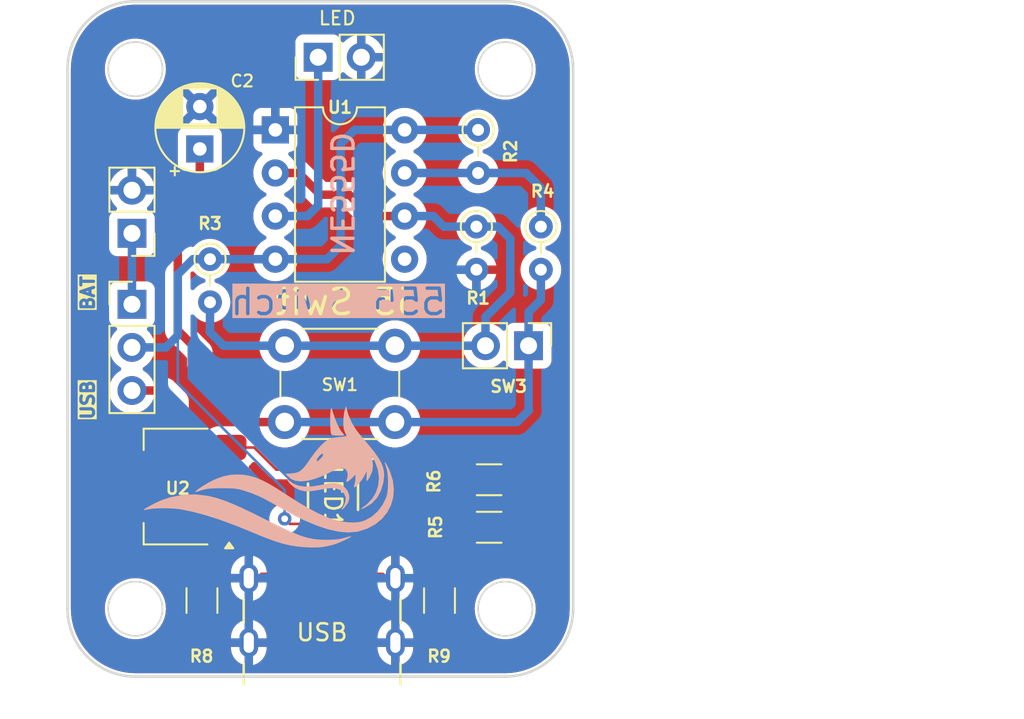
<source format=kicad_pcb>
(kicad_pcb (version 20240108) (generator "pcbnew") (generator_version "8.0")
  (layers (0 "F.Cu" signal) (31 "B.Cu" signal) (34 "B.Paste" user) (35 "F.Paste" user) (36 "B.SilkS" user "B.Silkscreen") (37 "F.SilkS" user "F.Silkscreen") (38 "B.Mask" user) (39 "F.Mask" user) (44 "Edge.Cuts" user))
  (net 0 "")
  (net 1 "Net-(C2-Pad1)")
  (net 2 "GND")
  (net 3 "Net-(U1-THR)")
  (net 4 "/VBAT")
  (net 5 "Net-(U1-DIS)")
  (net 7 "Net-(J4-CC1)")
  (net 8 "/VUSB")
  (net 9 "Net-(J3-Pin_1)")
  (net 10 "Net-(J4-CC2)")
  (net 11 "Net-(LED1-GND-Pad4)")
  (net 12 "/3V3")
  (net 13 "Net-(LED1-GND-Pad1)")
  (net 14 "VCC")
  (footprint "Package_TO_SOT_SMD:SOT-223-3_TabPin2" (layer "F.Cu") (at 116 115 180)
    (property "Reference" "U2" (at -0.1 -0.1 0) (layer "F.SilkS") (effects (font (size 0.7 0.7))))
    (property "Value" "AMS1117-3V3")
    (fp_line (start 1.91 3.41) (end 1.91 2.15) (stroke (width 0.12)) (layer "F.SilkS"))
    (fp_line (start 1.91 -3.41) (end 1.91 -2.15) (stroke (width 0.12)) (layer "F.SilkS"))
    (fp_line (start -1.85 3.41) (end 1.91 3.41) (stroke (width 0.12)) (layer "F.SilkS"))
    (fp_line (start -1.85 -3.41) (end 1.91 -3.41) (stroke (width 0.12)) (layer "F.SilkS"))
    (fp_poly (pts (xy -3.13 -3.31) (xy -3.37 -3.64) (xy -2.89 -3.64) (xy -3.13 -3.31)) (stroke (width 0.12)) (fill solid) (layer "F.SilkS"))
    (pad "1" smd roundrect (at -3.15 -2.3 180) (size 2 1.5) (layers "F.Cu" "F.Paste" "F.Mask") (net 8 "/VUSB"))
    (pad "2" smd roundrect (at -3.15 0 180) (size 2 1.5) (layers "F.Cu" "F.Paste" "F.Mask") (net 2 "GND"))
    (pad "2" smd roundrect (at 3.15 0 180) (size 2 3.8) (layers "F.Cu" "F.Paste" "F.Mask") (net 2 "GND"))
    (pad "3" smd roundrect (at -3.15 2.3 180) (size 2 1.5) (layers "F.Cu" "F.Paste" "F.Mask") (net 12 "/3V3"))
  )
  (footprint "Capacitor_THT:CP_Radial_D5.0mm_P2.50mm" (layer "F.Cu") (at 117.4 95.105113 90)
    (property "Reference" "C2" (at 4.005113 2.5 180) (layer "F.SilkS") (effects (font (size 0.7 0.7) (thickness 0.125))))
    (property "Value" "10uF")
    (fp_line (start 1.29 -2.58) (end 1.29 2.58) (stroke (width 0.12)) (layer "F.SilkS"))
    (fp_line (start 1.25 -2.58) (end 1.25 2.58) (stroke (width 0.12)) (layer "F.SilkS"))
    (fp_line (start 1.33 -2.579) (end 1.33 2.579) (stroke (width 0.12)) (layer "F.SilkS"))
    (fp_line (start 1.37 -2.578) (end 1.37 2.578) (stroke (width 0.12)) (layer "F.SilkS"))
    (fp_line (start 1.41 -2.576) (end 1.41 2.576) (stroke (width 0.12)) (layer "F.SilkS"))
    (fp_line (start 1.45 -2.573) (end 1.45 2.573) (stroke (width 0.12)) (layer "F.SilkS"))
    (fp_line (start 1.49 -2.569) (end 1.49 -1.04) (stroke (width 0.12)) (layer "F.SilkS"))
    (fp_line (start 1.53 -2.565) (end 1.53 -1.04) (stroke (width 0.12)) (layer "F.SilkS"))
    (fp_line (start 1.57 -2.561) (end 1.57 -1.04) (stroke (width 0.12)) (layer "F.SilkS"))
    (fp_line (start 1.61 -2.556) (end 1.61 -1.04) (stroke (width 0.12)) (layer "F.SilkS"))
    (fp_line (start 1.65 -2.55) (end 1.65 -1.04) (stroke (width 0.12)) (layer "F.SilkS"))
    (fp_line (start 1.69 -2.543) (end 1.69 -1.04) (stroke (width 0.12)) (layer "F.SilkS"))
    (fp_line (start 1.73 -2.536) (end 1.73 -1.04) (stroke (width 0.12)) (layer "F.SilkS"))
    (fp_line (start 1.77 -2.528) (end 1.77 -1.04) (stroke (width 0.12)) (layer "F.SilkS"))
    (fp_line (start 1.81 -2.52) (end 1.81 -1.04) (stroke (width 0.12)) (layer "F.SilkS"))
    (fp_line (start 1.85 -2.511) (end 1.85 -1.04) (stroke (width 0.12)) (layer "F.SilkS"))
    (fp_line (start 1.89 -2.501) (end 1.89 -1.04) (stroke (width 0.12)) (layer "F.SilkS"))
    (fp_line (start 1.93 -2.491) (end 1.93 -1.04) (stroke (width 0.12)) (layer "F.SilkS"))
    (fp_line (start 1.971 -2.48) (end 1.971 -1.04) (stroke (width 0.12)) (layer "F.SilkS"))
    (fp_line (start 2.011 -2.468) (end 2.011 -1.04) (stroke (width 0.12)) (layer "F.SilkS"))
    (fp_line (start 2.051 -2.455) (end 2.051 -1.04) (stroke (width 0.12)) (layer "F.SilkS"))
    (fp_line (start 2.091 -2.442) (end 2.091 -1.04) (stroke (width 0.12)) (layer "F.SilkS"))
    (fp_line (start 2.131 -2.428) (end 2.131 -1.04) (stroke (width 0.12)) (layer "F.SilkS"))
    (fp_line (start 2.171 -2.414) (end 2.171 -1.04) (stroke (width 0.12)) (layer "F.SilkS"))
    (fp_line (start 2.211 -2.398) (end 2.211 -1.04) (stroke (width 0.12)) (layer "F.SilkS"))
    (fp_line (start 2.251 -2.382) (end 2.251 -1.04) (stroke (width 0.12)) (layer "F.SilkS"))
    (fp_line (start 2.291 -2.365) (end 2.291 -1.04) (stroke (width 0.12)) (layer "F.SilkS"))
    (fp_line (start 2.331 -2.348) (end 2.331 -1.04) (stroke (width 0.12)) (layer "F.SilkS"))
    (fp_line (start 2.371 -2.329) (end 2.371 -1.04) (stroke (width 0.12)) (layer "F.SilkS"))
    (fp_line (start 2.411 -2.31) (end 2.411 -1.04) (stroke (width 0.12)) (layer "F.SilkS"))
    (fp_line (start 2.451 -2.29) (end 2.451 -1.04) (stroke (width 0.12)) (layer "F.SilkS"))
    (fp_line (start 2.491 -2.268) (end 2.491 -1.04) (stroke (width 0.12)) (layer "F.SilkS"))
    (fp_line (start 2.531 -2.247) (end 2.531 -1.04) (stroke (width 0.12)) (layer "F.SilkS"))
    (fp_line (start 2.571 -2.224) (end 2.571 -1.04) (stroke (width 0.12)) (layer "F.SilkS"))
    (fp_line (start 2.611 -2.2) (end 2.611 -1.04) (stroke (width 0.12)) (layer "F.SilkS"))
    (fp_line (start 2.651 -2.175) (end 2.651 -1.04) (stroke (width 0.12)) (layer "F.SilkS"))
    (fp_line (start 2.691 -2.149) (end 2.691 -1.04) (stroke (width 0.12)) (layer "F.SilkS"))
    (fp_line (start 2.731 -2.122) (end 2.731 -1.04) (stroke (width 0.12)) (layer "F.SilkS"))
    (fp_line (start 2.771 -2.095) (end 2.771 -1.04) (stroke (width 0.12)) (layer "F.SilkS"))
    (fp_line (start 2.811 -2.065) (end 2.811 -1.04) (stroke (width 0.12)) (layer "F.SilkS"))
    (fp_line (start 2.851 -2.035) (end 2.851 -1.04) (stroke (width 0.12)) (layer "F.SilkS"))
    (fp_line (start 2.891 -2.004) (end 2.891 -1.04) (stroke (width 0.12)) (layer "F.SilkS"))
    (fp_line (start 2.931 -1.971) (end 2.931 -1.04) (stroke (width 0.12)) (layer "F.SilkS"))
    (fp_line (start 2.971 -1.937) (end 2.971 -1.04) (stroke (width 0.12)) (layer "F.SilkS"))
    (fp_line (start 3.011 -1.901) (end 3.011 -1.04) (stroke (width 0.12)) (layer "F.SilkS"))
    (fp_line (start 3.051 -1.864) (end 3.051 -1.04) (stroke (width 0.12)) (layer "F.SilkS"))
    (fp_line (start 3.091 -1.826) (end 3.091 -1.04) (stroke (width 0.12)) (layer "F.SilkS"))
    (fp_line (start 3.131 -1.785) (end 3.131 -1.04) (stroke (width 0.12)) (layer "F.SilkS"))
    (fp_line (start 3.171 -1.743) (end 3.171 -1.04) (stroke (width 0.12)) (layer "F.SilkS"))
    (fp_line (start -1.304775 -1.725) (end -1.304775 -1.225) (stroke (width 0.12)) (layer "F.SilkS"))
    (fp_line (start 3.211 -1.699) (end 3.211 -1.04) (stroke (width 0.12)) (layer "F.SilkS"))
    (fp_line (start 3.251 -1.653) (end 3.251 -1.04) (stroke (width 0.12)) (layer "F.SilkS"))
    (fp_line (start 3.291 -1.605) (end 3.291 -1.04) (stroke (width 0.12)) (layer "F.SilkS"))
    (fp_line (start 3.331 -1.554) (end 3.331 -1.04) (stroke (width 0.12)) (layer "F.SilkS"))
    (fp_line (start 3.371 -1.5) (end 3.371 -1.04) (stroke (width 0.12)) (layer "F.SilkS"))
    (fp_line (start -1.554775 -1.475) (end -1.054775 -1.475) (stroke (width 0.12)) (layer "F.SilkS"))
    (fp_line (start 3.411 -1.443) (end 3.411 -1.04) (stroke (width 0.12)) (layer "F.SilkS"))
    (fp_line (start 3.451 -1.383) (end 3.451 -1.04) (stroke (width 0.12)) (layer "F.SilkS"))
    (fp_line (start 3.491 -1.319) (end 3.491 -1.04) (stroke (width 0.12)) (layer "F.SilkS"))
    (fp_line (start 3.531 -1.251) (end 3.531 -1.04) (stroke (width 0.12)) (layer "F.SilkS"))
    (fp_line (start 3.571 -1.178) (end 3.571 1.178) (stroke (width 0.12)) (layer "F.SilkS"))
    (fp_line (start 3.611 -1.098) (end 3.611 1.098) (stroke (width 0.12)) (layer "F.SilkS"))
    (fp_line (start 3.651 -1.011) (end 3.651 1.011) (stroke (width 0.12)) (layer "F.SilkS"))
    (fp_line (start 3.691 -0.915) (end 3.691 0.915) (stroke (width 0.12)) (layer "F.SilkS"))
    (fp_line (start 3.731 -0.805) (end 3.731 0.805) (stroke (width 0.12)) (layer "F.SilkS"))
    (fp_line (start 3.771 -0.677) (end 3.771 0.677) (stroke (width 0.12)) (layer "F.SilkS"))
    (fp_line (start 3.811 -0.518) (end 3.811 0.518) (stroke (width 0.12)) (layer "F.SilkS"))
    (fp_line (start 3.851 -0.284) (end 3.851 0.284) (stroke (width 0.12)) (layer "F.SilkS"))
    (fp_line (start 3.531 1.04) (end 3.531 1.251) (stroke (width 0.12)) (layer "F.SilkS"))
    (fp_line (start 3.491 1.04) (end 3.491 1.319) (stroke (width 0.12)) (layer "F.SilkS"))
    (fp_line (start 3.451 1.04) (end 3.451 1.383) (stroke (width 0.12)) (layer "F.SilkS"))
    (fp_line (start 3.411 1.04) (end 3.411 1.443) (stroke (width 0.12)) (layer "F.SilkS"))
    (fp_line (start 3.371 1.04) (end 3.371 1.5) (stroke (width 0.12)) (layer "F.SilkS"))
    (fp_line (start 3.331 1.04) (end 3.331 1.554) (stroke (width 0.12)) (layer "F.SilkS"))
    (fp_line (start 3.291 1.04) (end 3.291 1.605) (stroke (width 0.12)) (layer "F.SilkS"))
    (fp_line (start 3.251 1.04) (end 3.251 1.653) (stroke (width 0.12)) (layer "F.SilkS"))
    (fp_line (start 3.211 1.04) (end 3.211 1.699) (stroke (width 0.12)) (layer "F.SilkS"))
    (fp_line (start 3.171 1.04) (end 3.171 1.743) (stroke (width 0.12)) (layer "F.SilkS"))
    (fp_line (start 3.131 1.04) (end 3.131 1.785) (stroke (width 0.12)) (layer "F.SilkS"))
    (fp_line (start 3.091 1.04) (end 3.091 1.826) (stroke (width 0.12)) (layer "F.SilkS"))
    (fp_line (start 3.051 1.04) (end 3.051 1.864) (stroke (width 0.12)) (layer "F.SilkS"))
    (fp_line (start 3.011 1.04) (end 3.011 1.901) (stroke (width 0.12)) (layer "F.SilkS"))
    (fp_line (start 2.971 1.04) (end 2.971 1.937) (stroke (width 0.12)) (layer "F.SilkS"))
    (fp_line (start 2.931 1.04) (end 2.931 1.971) (stroke (width 0.12)) (layer "F.SilkS"))
    (fp_line (start 2.891 1.04) (end 2.891 2.004) (stroke (width 0.12)) (layer "F.SilkS"))
    (fp_line (start 2.851 1.04) (end 2.851 2.035) (stroke (width 0.12)) (layer "F.SilkS"))
    (fp_line (start 2.811 1.04) (end 2.811 2.065) (stroke (width 0.12)) (layer "F.SilkS"))
    (fp_line (start 2.771 1.04) (end 2.771 2.095) (stroke (width 0.12)) (layer "F.SilkS"))
    (fp_line (start 2.731 1.04) (end 2.731 2.122) (stroke (width 0.12)) (layer "F.SilkS"))
    (fp_line (start 2.691 1.04) (end 2.691 2.149) (stroke (width 0.12)) (layer "F.SilkS"))
    (fp_line (start 2.651 1.04) (end 2.651 2.175) (stroke (width 0.12)) (layer "F.SilkS"))
    (fp_line (start 2.611 1.04) (end 2.611 2.2) (stroke (width 0.12)) (layer "F.SilkS"))
    (fp_line (start 2.571 1.04) (end 2.571 2.224) (stroke (width 0.12)) (layer "F.SilkS"))
    (fp_line (start 2.531 1.04) (end 2.531 2.247) (stroke (width 0.12)) (layer "F.SilkS"))
    (fp_line (start 2.491 1.04) (end 2.491 2.268) (stroke (width 0.12)) (layer "F.SilkS"))
    (fp_line (start 2.451 1.04) (end 2.451 2.29) (stroke (width 0.12)) (layer "F.SilkS"))
    (fp_line (start 2.411 1.04) (end 2.411 2.31) (stroke (width 0.12)) (layer "F.SilkS"))
    (fp_line (start 2.371 1.04) (end 2.371 2.329) (stroke (width 0.12)) (layer "F.SilkS"))
    (fp_line (start 2.331 1.04) (end 2.331 2.348) (stroke (width 0.12)) (layer "F.SilkS"))
    (fp_line (start 2.291 1.04) (end 2.291 2.365) (stroke (width 0.12)) (layer "F.SilkS"))
    (fp_line (start 2.251 1.04) (end 2.251 2.382) (stroke (width 0.12)) (layer "F.SilkS"))
    (fp_line (start 2.211 1.04) (end 2.211 2.398) (stroke (width 0.12)) (layer "F.SilkS"))
    (fp_line (start 2.171 1.04) (end 2.171 2.414) (stroke (width 0.12)) (layer "F.SilkS"))
    (fp_line (start 2.131 1.04) (end 2.131 2.428) (stroke (width 0.12)) (layer "F.SilkS"))
    (fp_line (start 2.091 1.04) (end 2.091 2.442) (stroke (width 0.12)) (layer "F.SilkS"))
    (fp_line (start 2.051 1.04) (end 2.051 2.455) (stroke (width 0.12)) (layer "F.SilkS"))
    (fp_line (start 2.011 1.04) (end 2.011 2.468) (stroke (width 0.12)) (layer "F.SilkS"))
    (fp_line (start 1.971 1.04) (end 1.971 2.48) (stroke (width 0.12)) (layer "F.SilkS"))
    (fp_line (start 1.93 1.04) (end 1.93 2.491) (stroke (width 0.12)) (layer "F.SilkS"))
    (fp_line (start 1.89 1.04) (end 1.89 2.501) (stroke (width 0.12)) (layer "F.SilkS"))
    (fp_line (start 1.85 1.04) (end 1.85 2.511) (stroke (width 0.12)) (layer "F.SilkS"))
    (fp_line (start 1.81 1.04) (end 1.81 2.52) (stroke (width 0.12)) (layer "F.SilkS"))
    (fp_line (start 1.77 1.04) (end 1.77 2.528) (stroke (width 0.12)) (layer "F.SilkS"))
    (fp_line (start 1.73 1.04) (end 1.73 2.536) (stroke (width 0.12)) (layer "F.SilkS"))
    (fp_line (start 1.69 1.04) (end 1.69 2.543) (stroke (width 0.12)) (layer "F.SilkS"))
    (fp_line (start 1.65 1.04) (end 1.65 2.55) (stroke (width 0.12)) (layer "F.SilkS"))
    (fp_line (start 1.61 1.04) (end 1.61 2.556) (stroke (width 0.12)) (layer "F.SilkS"))
    (fp_line (start 1.57 1.04) (end 1.57 2.561) (stroke (width 0.12)) (layer "F.SilkS"))
    (fp_line (start 1.53 1.04) (end 1.53 2.565) (stroke (width 0.12)) (layer "F.SilkS"))
    (fp_line (start 1.49 1.04) (end 1.49 2.569) (stroke (width 0.12)) (layer "F.SilkS"))
    (fp_circle (center 1.25 0) (end 3.87 0) (stroke (width 0.12)) (fill none) (layer "F.SilkS"))
    (pad "1" thru_hole rect (at 0 0 90) (size 1.6 1.6) (drill 0.8) (layers "*.Cu" "*.Mask") (net 1 "Net-(C2-Pad1)"))
    (pad "2" thru_hole circle (at 2.5 0 90) (size 1.6 1.6) (drill 0.8) (layers "*.Cu" "*.Mask") (net 2 "GND"))
  )
  (footprint "Package_DIP:DIP-8_W7.62mm" (layer "F.Cu") (at 121.85 93.98)
    (property "Reference" "U1" (at 3.81 -1.33 0) (layer "F.SilkS") (effects (font (size 0.7 0.7))))
    (property "Value" "NE555D")
    (fp_line (start 1.16 -1.33) (end 1.16 8.95) (stroke (width 0.12)) (layer "F.SilkS"))
    (fp_line (start 1.16 8.95) (end 6.46 8.95) (stroke (width 0.12)) (layer "F.SilkS"))
    (fp_line (start 2.81 -1.33) (end 1.16 -1.33) (stroke (width 0.12)) (layer "F.SilkS"))
    (fp_line (start 6.46 -1.33) (end 4.81 -1.33) (stroke (width 0.12)) (layer "F.SilkS"))
    (fp_line (start 6.46 8.95) (end 6.46 -1.33) (stroke (width 0.12)) (layer "F.SilkS"))
    (fp_arc (start 4.81 -1.33) (mid 3.81 -0.33) (end 2.81 -1.33) (stroke (width 0.12)) (layer "F.SilkS"))
    (pad "1" thru_hole rect (at 0 0) (size 1.6 1.6) (drill 0.8) (layers "*.Cu" "*.Mask") (net 2 "GND"))
    (pad "2" thru_hole oval (at 0 2.54) (size 1.6 1.6) (drill 0.8) (layers "*.Cu" "*.Mask") (net 3 "Net-(U1-THR)"))
    (pad "3" thru_hole oval (at 0 5.08) (size 1.6 1.6) (drill 0.8) (layers "*.Cu" "*.Mask") (net 9 "Net-(J3-Pin_1)"))
    (pad "4" thru_hole oval (at 0 7.62) (size 1.6 1.6) (drill 0.8) (layers "*.Cu" "*.Mask") (net 14 "VCC"))
    (pad "5" thru_hole oval (at 7.62 7.62) (size 1.6 1.6) (drill 0.8) (layers "*.Cu" "*.Mask"))
    (pad "6" thru_hole oval (at 7.62 5.08) (size 1.6 1.6) (drill 0.8) (layers "*.Cu" "*.Mask") (net 3 "Net-(U1-THR)"))
    (pad "7" thru_hole oval (at 7.62 2.54) (size 1.6 1.6) (drill 0.8) (layers "*.Cu" "*.Mask") (net 5 "Net-(U1-DIS)"))
    (pad "8" thru_hole oval (at 7.62 0) (size 1.6 1.6) (drill 0.8) (layers "*.Cu" "*.Mask") (net 14 "VCC"))
  )
  (footprint "Resistor_THT:R_Axial_DIN0204_L3.6mm_D1.6mm_P2.54mm_Vertical" (layer "F.Cu") (at 137.5 99.68 -90)
    (property "Reference" "R4" (at -2.08 -0.1 0) (layer "F.SilkS") (effects (font (size 0.7 0.7))))
    (property "Value" "10k")
    (fp_line (start 0.92 0) (end 1.54 0) (stroke (width 0.12)) (layer "F.SilkS"))
    (fp_circle (center 0 0) (end 0.92 0) (stroke (width 0.12)) (fill none) (layer "F.SilkS"))
    (pad "1" thru_hole circle (at 0 0 270) (size 1.4 1.4) (drill 0.7) (layers "*.Cu" "*.Mask") (net 5 "Net-(U1-DIS)"))
    (pad "2" thru_hole oval (at 2.54 0 270) (size 1.4 1.4) (drill 0.7) (layers "*.Cu" "*.Mask") (net 1 "Net-(C2-Pad1)"))
  )
  (footprint "Resistor_SMD:R_1206_3216Metric_Pad1.30x1.75mm_HandSolder" (layer "F.Cu") (at 134.45 117.4)
    (property "Reference" "R5" (at -3.15 0 90) (layer "F.SilkS") (effects (font (size 0.7 0.7))))
    (property "Value" "5k1")
    (fp_line (start -0.727064 -0.91) (end 0.727064 -0.91) (stroke (width 0.12)) (layer "F.SilkS"))
    (fp_line (start -0.727064 0.91) (end 0.727064 0.91) (stroke (width 0.12)) (layer "F.SilkS"))
    (pad "1" smd roundrect (at -1.55 0) (size 1.3 1.75) (layers "F.Cu" "F.Paste" "F.Mask") (roundrect_rratio 0.192308) (net 11 "Net-(LED1-GND-Pad4)"))
    (pad "2" smd roundrect (at 1.55 0) (size 1.3 1.75) (layers "F.Cu" "F.Paste" "F.Mask") (roundrect_rratio 0.192308) (net 2 "GND"))
  )
  (footprint "Connector_PinHeader_2.54mm:PinHeader_1x02_P2.54mm_Vertical" (layer "F.Cu") (at 113.4 100.075 180)
    (property "Reference" "J1" (hide yes))
    (property "Value" "3V3")
    (fp_line (start 1.33 1.27) (end 1.33 3.87) (stroke (width 0.12)) (layer "F.SilkS"))
    (fp_line (start -1.33 3.87) (end 1.33 3.87) (stroke (width 0.12)) (layer "F.SilkS"))
    (fp_line (start -1.33 1.27) (end 1.33 1.27) (stroke (width 0.12)) (layer "F.SilkS"))
    (fp_line (start -1.33 1.27) (end -1.33 3.87) (stroke (width 0.12)) (layer "F.SilkS"))
    (fp_line (start -1.33 0) (end -1.33 -1.33) (stroke (width 0.12)) (layer "F.SilkS"))
    (fp_line (start -1.33 -1.33) (end 0 -1.33) (stroke (width 0.12)) (layer "F.SilkS"))
    (pad "1" thru_hole rect (at 0 0 180) (size 1.7 1.7) (drill 1) (layers "*.Cu" "*.Mask") (net 4 "/VBAT"))
    (pad "2" thru_hole oval (at 0 2.54 180) (size 1.7 1.7) (drill 1) (layers "*.Cu" "*.Mask") (net 2 "GND"))
  )
  (footprint "Alexander Footprint Library:USB-C MOLEX 2171750001" (layer "F.Cu") (at 124.605 126.8)
    (property "Reference" "USB" (at -0.005 -3.2 0) (layer "F.SilkS"))
    (property "Value" "USB-C_Receptacle_PowerOnly_6P_MOLEX-2171750001")
    (fp_line (start -4.62 -3.75) (end -4.62 -5.2) (stroke (width 0.15)) (layer "F.SilkS"))
    (fp_line (start -4.62 -0.15) (end -4.62 -1.4) (stroke (width 0.15)) (layer "F.SilkS"))
    (fp_line (start 4.62 -3.75) (end 4.62 -5.2) (stroke (width 0.15)) (layer "F.SilkS"))
    (fp_line (start 4.62 -0.15) (end 4.62 -1.4) (stroke (width 0.15)) (layer "F.SilkS"))
    (pad "A5" smd rect (at -0.5 -6.48) (size 0.7 1.2) (layers "F.Cu" "F.Paste") (net 7 "Net-(J4-CC1)"))
    (pad "A9" smd rect (at 1.52 -6.48) (size 0.76 1.2) (layers "F.Cu" "F.Paste") (net 8 "/VUSB"))
    (pad "A12" smd rect (at 2.75 -6.48) (size 0.8 1.2) (layers "F.Cu" "F.Paste") (net 2 "GND"))
    (pad "B5" smd rect (at 0.5 -6.48) (size 0.7 1.2) (layers "F.Cu" "F.Paste") (net 10 "Net-(J4-CC2)"))
    (pad "B9" smd rect (at -1.52 -6.48) (size 0.76 1.2) (layers "F.Cu" "F.Paste") (net 8 "/VUSB"))
    (pad "B12" smd rect (at -2.75 -6.48) (size 0.8 1.2) (layers "F.Cu" "F.Paste") (net 2 "GND"))
    (pad "S1" thru_hole oval (at -4.32 -2.6) (size 1.1 1.7) (drill oval 0.6 1.2) (layers "*.Cu" "*.Mask") (net 2 "GND"))
    (pad "S2" thru_hole oval (at 4.32 -2.6) (size 1.1 1.7) (drill oval 0.6 1.2) (layers "*.Cu" "*.Mask") (net 2 "GND"))
    (pad "S3" thru_hole oval (at -4.32 -6.4) (size 1.1 1.7) (drill oval 0.6 1.2) (layers "*.Cu" "*.Mask") (net 2 "GND"))
    (pad "S4" thru_hole oval (at 4.32 -6.4) (size 1.1 1.7) (drill oval 0.6 1.2) (layers "*.Cu" "*.Mask") (net 2 "GND"))
  )
  (footprint "Alexander Footprint Library:B1552_HVK-M" (layer "F.Cu") (at 125.249999 115.6002 -90)
    (property "Reference" "LED1" (at 0 0 -90) (layer "F.SilkS"))
    (property "Value" "LED-RED-GREEN-B1552USUG20D")
    (fp_line (start -0.777373 1.4732) (end 0.777373 1.4732) (stroke (width 0.1524)) (layer "F.SilkS"))
    (fp_line (start -0.777373 -1.4732) (end 0.777373 -1.4732) (stroke (width 0.1524)) (layer "F.SilkS"))
    (fp_text user "*" (at -2.2352 -1.8041 -90) (layer "F.SilkS"))
    (fp_text user "*" (at -2.2352 -1.8041 90) (layer "F.SilkS"))
    (pad "1" smd rect (at -1.6002 -0.750001 270) (size 1.1176 1.0414) (layers "F.Cu" "F.Paste" "F.Mask") (net 13 "Net-(LED1-GND-Pad1)"))
    (pad "2" smd rect (at -1.6002 0.750001 270) (size 1.1176 1.0414) (layers "F.Cu" "F.Paste" "F.Mask") (net 12 "/3V3"))
    (pad "3" smd rect (at 1.6002 0.750001 270) (size 1.1176 1.0414) (layers "F.Cu" "F.Paste" "F.Mask") (net 14 "VCC"))
    (pad "4" smd rect (at 1.6002 -0.750001 270) (size 1.1176 1.0414) (layers "F.Cu" "F.Paste" "F.Mask") (net 11 "Net-(LED1-GND-Pad4)"))
  )
  (footprint "Resistor_SMD:R_1206_3216Metric_Pad1.30x1.75mm_HandSolder" (layer "F.Cu") (at 117.525 121.72 -90)
    (property "Reference" "R8" (at 3.28 0.025 0) (layer "F.SilkS") (effects (font (size 0.7 0.7))))
    (property "Value" "5K7")
    (fp_line (start -0.727064 0.91) (end 0.727064 0.91) (stroke (width 0.12)) (layer "F.SilkS"))
    (fp_line (start -0.727064 -0.91) (end 0.727064 -0.91) (stroke (width 0.12)) (layer "F.SilkS"))
    (pad "1" smd roundrect (at -1.55 0 270) (size 1.3 1.75) (layers "F.Cu" "F.Paste" "F.Mask") (roundrect_rratio 0.192308) (net 2 "GND"))
    (pad "2" smd roundrect (at 1.55 0 270) (size 1.3 1.75) (layers "F.Cu" "F.Paste" "F.Mask") (roundrect_rratio 0.192308) (net 7 "Net-(J4-CC1)"))
  )
  (footprint "Connector_PinHeader_2.54mm:PinHeader_1x03_P2.54mm_Vertical" (layer "F.Cu") (at 113.4 104.26)
    (property "Reference" "SW2" (hide yes))
    (property "Value" "SW_SPDT")
    (fp_line (start -1.33 -1.33) (end 0 -1.33) (stroke (width 0.12)) (layer "F.SilkS"))
    (fp_line (start -1.33 0) (end -1.33 -1.33) (stroke (width 0.12)) (layer "F.SilkS"))
    (fp_line (start -1.33 1.27) (end -1.33 6.41) (stroke (width 0.12)) (layer "F.SilkS"))
    (fp_line (start -1.33 1.27) (end 1.33 1.27) (stroke (width 0.12)) (layer "F.SilkS"))
    (fp_line (start -1.33 6.41) (end 1.33 6.41) (stroke (width 0.12)) (layer "F.SilkS"))
    (fp_line (start 1.33 1.27) (end 1.33 6.41) (stroke (width 0.12)) (layer "F.SilkS"))
    (pad "1" thru_hole rect (at 0 0) (size 1.7 1.7) (drill 1) (layers "*.Cu" "*.Mask") (net 4 "/VBAT"))
    (pad "2" thru_hole oval (at 0 2.54) (size 1.7 1.7) (drill 1) (layers "*.Cu" "*.Mask") (net 14 "VCC"))
    (pad "3" thru_hole oval (at 0 5.08) (size 1.7 1.7) (drill 1) (layers "*.Cu" "*.Mask") (net 12 "/3V3"))
  )
  (footprint "Resistor_SMD:R_1206_3216Metric_Pad1.30x1.75mm_HandSolder" (layer "F.Cu") (at 134.45 114.6)
    (property "Reference" "R6" (at -3.25 0.1 90) (layer "F.SilkS") (effects (font (size 0.7 0.7))))
    (property "Value" "5k1")
    (fp_line (start -0.727064 -0.91) (end 0.727064 -0.91) (stroke (width 0.12)) (layer "F.SilkS"))
    (fp_line (start -0.727064 0.91) (end 0.727064 0.91) (stroke (width 0.12)) (layer "F.SilkS"))
    (pad "1" smd roundrect (at -1.55 0) (size 1.3 1.75) (layers "F.Cu" "F.Paste" "F.Mask") (roundrect_rratio 0.192308) (net 13 "Net-(LED1-GND-Pad1)"))
    (pad "2" smd roundrect (at 1.55 0) (size 1.3 1.75) (layers "F.Cu" "F.Paste" "F.Mask") (roundrect_rratio 0.192308) (net 2 "GND"))
  )
  (footprint "Resistor_SMD:R_1206_3216Metric_Pad1.30x1.75mm_HandSolder" (layer "F.Cu") (at 131.525 121.72 -90)
    (property "Reference" "R9" (at 3.28 0.025 0) (layer "F.SilkS") (effects (font (size 0.7 0.7))))
    (property "Value" "5K7")
    (fp_line (start -0.727064 0.91) (end 0.727064 0.91) (stroke (width 0.12)) (layer "F.SilkS"))
    (fp_line (start -0.727064 -0.91) (end 0.727064 -0.91) (stroke (width 0.12)) (layer "F.SilkS"))
    (pad "1" smd roundrect (at -1.55 0 270) (size 1.3 1.75) (layers "F.Cu" "F.Paste" "F.Mask") (roundrect_rratio 0.192308) (net 2 "GND"))
    (pad "2" smd roundrect (at 1.55 0 270) (size 1.3 1.75) (layers "F.Cu" "F.Paste" "F.Mask") (roundrect_rratio 0.192308) (net 10 "Net-(J4-CC2)"))
  )
  (footprint "Resistor_THT:R_Axial_DIN0204_L3.6mm_D1.6mm_P2.54mm_Vertical" (layer "F.Cu") (at 133.7 99.68 -90)
    (property "Reference" "R1" (at 4.22 -0.1 0) (layer "F.SilkS") (effects (font (size 0.7 0.7))))
    (property "Value" "10k")
    (fp_line (start 0.92 0) (end 1.54 0) (stroke (width 0.12)) (layer "F.SilkS"))
    (fp_circle (center 0 0) (end 0.92 0) (stroke (width 0.12)) (fill none) (layer "F.SilkS"))
    (pad "1" thru_hole circle (at 0 0 270) (size 1.4 1.4) (drill 0.7) (layers "*.Cu" "*.Mask") (net 3 "Net-(U1-THR)"))
    (pad "2" thru_hole oval (at 2.54 0 270) (size 1.4 1.4) (drill 0.7) (layers "*.Cu" "*.Mask") (net 2 "GND"))
  )
  (footprint "Resistor_THT:R_Axial_DIN0204_L3.6mm_D1.6mm_P2.54mm_Vertical" (layer "F.Cu") (at 133.8 93.98 -90)
    (property "Reference" "R2" (at 1.27 -1.92 90) (layer "F.SilkS") (effects (font (size 0.7 0.7))))
    (property "Value" "10k")
    (fp_line (start 0.92 0) (end 1.54 0) (stroke (width 0.12)) (layer "F.SilkS"))
    (fp_circle (center 0 0) (end 0.92 0) (stroke (width 0.12)) (fill none) (layer "F.SilkS"))
    (pad "1" thru_hole circle (at 0 0 270) (size 1.4 1.4) (drill 0.7) (layers "*.Cu" "*.Mask") (net 14 "VCC"))
    (pad "2" thru_hole oval (at 2.54 0 270) (size 1.4 1.4) (drill 0.7) (layers "*.Cu" "*.Mask") (net 5 "Net-(U1-DIS)"))
  )
  (footprint "Connector_PinHeader_2.54mm:PinHeader_1x02_P2.54mm_Vertical" (layer "F.Cu") (at 124.375 89.7 90)
    (property "Reference" "J3" (hide yes))
    (property "Value" "OUT")
    (fp_line (start -1.33 -1.33) (end 0 -1.33) (stroke (width 0.12)) (layer "F.SilkS"))
    (fp_line (start -1.33 0) (end -1.33 -1.33) (stroke (width 0.12)) (layer "F.SilkS"))
    (fp_line (start 1.33 1.27) (end 1.33 3.87) (stroke (width 0.12)) (layer "F.SilkS"))
    (fp_line (start -1.33 1.27) (end 1.33 1.27) (stroke (width 0.12)) (layer "F.SilkS"))
    (fp_line (start -1.33 1.27) (end -1.33 3.87) (stroke (width 0.12)) (layer "F.SilkS"))
    (fp_line (start -1.33 3.87) (end 1.33 3.87) (stroke (width 0.12)) (layer "F.SilkS"))
    (pad "1" thru_hole rect (at 0 0 90) (size 1.7 1.7) (drill 1) (layers "*.Cu" "*.Mask") (net 9 "Net-(J3-Pin_1)"))
    (pad "2" thru_hole oval (at 0 2.54 90) (size 1.7 1.7) (drill 1) (layers "*.Cu" "*.Mask") (net 2 "GND"))
  )
  (footprint "Connector_PinHeader_2.54mm:PinHeader_1x02_P2.54mm_Vertical" (layer "F.Cu") (at 136.775 106.7 -90)
    (property "Reference" "SW3" (at 2.4 1.175 0) (layer "F.SilkS") (effects (font (size 0.7 0.7))))
    (property "Value" "SW_Reed")
    (fp_line (start -1.33 3.87) (end 1.33 3.87) (stroke (width 0.12)) (layer "F.SilkS"))
    (fp_line (start -1.33 1.27) (end -1.33 3.87) (stroke (width 0.12)) (layer "F.SilkS"))
    (fp_line (start -1.33 1.27) (end 1.33 1.27) (stroke (width 0.12)) (layer "F.SilkS"))
    (fp_line (start 1.33 1.27) (end 1.33 3.87) (stroke (width 0.12)) (layer "F.SilkS"))
    (fp_line (start -1.33 0) (end -1.33 -1.33) (stroke (width 0.12)) (layer "F.SilkS"))
    (fp_line (start -1.33 -1.33) (end 0 -1.33) (stroke (width 0.12)) (layer "F.SilkS"))
    (pad "1" thru_hole rect (at 0 0 270) (size 1.7 1.7) (drill 1) (layers "*.Cu" "*.Mask") (net 1 "Net-(C2-Pad1)"))
    (pad "2" thru_hole oval (at 0 2.54 270) (size 1.7 1.7) (drill 1) (layers "*.Cu" "*.Mask") (net 3 "Net-(U1-THR)"))
  )
  (footprint "Resistor_THT:R_Axial_DIN0204_L3.6mm_D1.6mm_P2.54mm_Vertical" (layer "F.Cu") (at 118 101.6 -90)
    (property "Reference" "R3" (at -2.1 0 0) (layer "F.SilkS") (effects (font (size 0.7 0.7))))
    (property "Value" "10k")
    (fp_line (start 0.92 0) (end 1.54 0) (stroke (width 0.12)) (layer "F.SilkS"))
    (fp_circle (center 0 0) (end 0.92 0) (stroke (width 0.12)) (fill none) (layer "F.SilkS"))
    (pad "1" thru_hole circle (at 0 0 270) (size 1.4 1.4) (drill 0.7) (layers "*.Cu" "*.Mask") (net 14 "VCC"))
    (pad "2" thru_hole oval (at 2.54 0 270) (size 1.4 1.4) (drill 0.7) (layers "*.Cu" "*.Mask") (net 3 "Net-(U1-THR)"))
  )
  (footprint "Button_Switch_THT:SW_PUSH_6mm" (layer "F.Cu") (at 122.4 106.7)
    (property "Reference" "SW1" (at 3.25 2.3 0) (layer "F.SilkS") (effects (font (size 0.7 0.7) (thickness 0.125))))
    (property "Value" "SW_Push")
    (fp_line (start -0.25 1.5) (end -0.25 3) (stroke (width 0.12)) (layer "F.SilkS"))
    (fp_line (start 1 5.5) (end 5.5 5.5) (stroke (width 0.12)) (layer "F.SilkS"))
    (fp_line (start 5.5 -1) (end 1 -1) (stroke (width 0.12)) (layer "F.SilkS"))
    (fp_line (start 6.75 3) (end 6.75 1.5) (stroke (width 0.12)) (layer "F.SilkS"))
    (pad "1" thru_hole circle (at 0 0 90) (size 2 2) (drill 1.1) (layers "*.Cu" "*.Mask") (net 3 "Net-(U1-THR)"))
    (pad "1" thru_hole circle (at 6.5 0 90) (size 2 2) (drill 1.1) (layers "*.Cu" "*.Mask") (net 3 "Net-(U1-THR)"))
    (pad "2" thru_hole circle (at 0 4.5 90) (size 2 2) (drill 1.1) (layers "*.Cu" "*.Mask") (net 1 "Net-(C2-Pad1)"))
    (pad "2" thru_hole circle (at 6.5 4.5 90) (size 2 2) (drill 1.1) (layers "*.Cu" "*.Mask") (net 1 "Net-(C2-Pad1)"))
  )
  (footprint "LOGO" (layer "B.Cu") (at 121.4 114.4 180)
    (property "Reference" "G***" (hide yes))
    (property "Value" "LOGO" (hide yes))
    (fp_poly (pts (xy -5.335668 -1.973085) (xy -5.363457 -2.000875) (xy -5.391247 -1.973085) (xy -5.363457 -1.945295)) (fill solid) (layer "B.SilkS"))
    (fp_poly (pts (xy -3.72712 3.989192) (xy -3.720697 3.973961) (xy -3.701102 3.866879) (xy -3.687804 3.678866) (xy -3.680882 3.439975) (xy -3.680421 3.180261) (xy -3.686502 2.929778) (xy -3.699208 2.718581) (xy -3.716893 2.584464) (xy -3.741095 2.495828) (xy -3.784399 2.444513) (xy -3.873902 2.418422) (xy -4.036701 2.405456) (xy -4.127166 2.40129) (xy -4.314775 2.400001) (xy -4.449213 2.412314) (xy -4.501944 2.435572) (xy -4.501969 2.436169) (xy -4.463752 2.510156) (xy -4.414064 2.560438) (xy -4.317104 2.679269) (xy -4.202066 2.879038) (xy -4.080896 3.133656) (xy -3.965538 3.417032) (xy -3.867936 3.703076) (xy -3.83055 3.835011) (xy -3.788365 3.978468) (xy -3.75726 4.025597)) (fill solid) (layer "B.SilkS"))
    (fp_poly (pts (xy -1.16813 -0.243105) (xy -1.254216 -0.368794) (xy -1.28983 -0.413219) (xy -1.537879 -0.635483) (xy -1.849965 -0.79747) (xy -2.187325 -0.881187) (xy -2.314341 -0.888735) (xy -2.497037 -0.877155) (xy -2.746282 -0.845689) (xy -3.020446 -0.800025) (xy -3.14804 -0.774864) (xy -3.516275 -0.710602) (xy -3.805925 -0.692046) (xy -4.04028 -0.720434) (xy -4.242632 -0.797) (xy -4.312229 -0.836658) (xy -4.497239 -1.008267) (xy -4.588805 -1.225532) (xy -4.584459 -1.470239) (xy -4.481739 -1.724177) (xy -4.44078 -1.786433) (xy -4.359302 -1.917364) (xy -4.351943 -1.969709) (xy -4.412174 -1.941384) (xy -4.533468 -1.830304) (xy -4.544045 -1.819408) (xy -4.734665 -1.563229) (xy -4.815304 -1.302684) (xy -4.806573 -1.114052) (xy -4.700145 -0.833593) (xy -4.503297 -0.610752) (xy -4.312939 -0.494963) (xy -4.14564 -0.432054) (xy -3.973801 -0.400998) (xy -3.772034 -0.401933) (xy -3.514951 -0.434994) (xy -3.177163 -0.500319) (xy -3.173511 -0.501089) (xy -2.63863 -0.587136) (xy -2.183217 -0.60137) (xy -1.801259 -0.543037) (xy -1.486742 -0.411382) (xy -1.292451 -0.264967) (xy -1.187436 -0.180532) (xy -1.145933 -0.176798)) (fill solid) (layer "B.SilkS"))
    (fp_poly (pts (xy 5.006815 -1.088445) (xy 5.716318 -1.225058) (xy 6.200827 -1.383806) (xy 6.403664 -1.468934) (xy 6.626548 -1.573239) (xy 6.848558 -1.685444) (xy 7.048775 -1.794268) (xy 7.20628 -1.888432) (xy 7.300154 -1.956656) (xy 7.315527 -1.984838) (xy 7.254956 -1.98449) (xy 7.122033 -1.961789) (xy 7.024333 -1.940189) (xy 6.806471 -1.906915) (xy 6.509925 -1.886858) (xy 6.16638 -1.879979) (xy 5.807519 -1.886237) (xy 5.465025 -1.905592) (xy 5.170583 -1.938004) (xy 5.141138 -1.942582) (xy 4.426362 -2.086382) (xy 3.63366 -2.298797) (xy 2.770609 -2.57741) (xy 1.844784 -2.919804) (xy 1.010836 -3.260583) (xy 0.441355 -3.497514) (xy -0.046623 -3.688235) (xy -0.469864 -3.838501) (xy -0.845133 -3.954062) (xy -1.189195 -4.040673) (xy -1.371928 -4.078191) (xy -1.768371 -4.138227) (xy -2.195636 -4.177783) (xy -2.616347 -4.195041) (xy -2.993123 -4.188182) (xy -3.212913 -4.167752) (xy -3.467108 -4.123955) (xy -3.736305 -4.064944) (xy -3.876552 -4.027934) (xy -4.038283 -3.972815) (xy -4.23561 -3.893936) (xy -4.4451 -3.802307) (xy -4.643316 -3.708932) (xy -4.806823 -3.624819) (xy -4.912187 -3.560974) (xy -4.93761 -3.529586) (xy -4.878362 -3.533932) (xy -4.740991 -3.564298) (xy -4.553715 -3.61434) (xy -4.52896 -3.621444) (xy -4.263761 -3.683348) (xy -3.968882 -3.720103) (xy -3.608736 -3.735703) (xy -3.501532 -3.73678) (xy -3.19922 -3.733182) (xy -2.919835 -3.716451) (xy -2.650591 -3.682285) (xy -2.378702 -3.626385) (xy -2.091382 -3.544451) (xy -1.775843 -3.432183) (xy -1.419301 -3.28528) (xy -1.008967 -3.099444) (xy -0.532057 -2.870373) (xy 0.024217 -2.593769) (xy 0.277899 -2.465774) (xy 0.908788 -2.151193) (xy 1.457458 -1.888515) (xy 1.937016 -1.672463) (xy 2.360572 -1.497764) (xy 2.741233 -1.359144) (xy 3.092107 -1.251328) (xy 3.426303 -1.169041) (xy 3.575896 -1.138716) (xy 4.289098 -1.059268)) (fill solid) (layer "B.SilkS"))
    (fp_poly (pts (xy -6.905998 0.758162) (xy -6.962759 0.600951) (xy -7.033118 0.344256) (xy -7.076378 0.016472) (xy -7.092183 -0.34585) (xy -7.080174 -0.706159) (xy -7.039992 -1.027906) (xy -6.980883 -1.250547) (xy -6.763375 -1.690507) (xy -6.474123 -2.069435) (xy -6.127243 -2.373404) (xy -5.73685 -2.588488) (xy -5.563615 -2.648878) (xy -5.327801 -2.699081) (xy -5.056923 -2.71721) (xy -4.755393 -2.708697) (xy -4.35446 -2.660239) (xy -3.927847 -2.556931) (xy -3.466953 -2.394884) (xy -2.963179 -2.17021) (xy -2.407923 -1.879024) (xy -1.792584 -1.517437) (xy -1.108562 -1.081562) (xy -1.0071 -1.01457) (xy -0.492206 -0.683257) (xy -0.044687 -0.419341) (xy 0.351284 -0.216499) (xy 0.71153 -0.068411) (xy 1.051879 0.031245) (xy 1.388155 0.088791) (xy 1.736184 0.110546) (xy 1.811196 0.11116) (xy 2.209545 0.08793) (xy 2.587906 0.011875) (xy 2.985773 -0.126555) (xy 3.220465 -0.229596) (xy 3.426096 -0.333288) (xy 3.645126 -0.457079) (xy 3.857915 -0.588021) (xy 4.044822 -0.71317) (xy 4.186205 -0.819577) (xy 4.262422 -0.894296) (xy 4.267621 -0.919833) (xy 4.208774 -0.913924) (xy 4.073957 -0.878799) (xy 3.892101 -0.822016) (xy 3.888205 -0.820718) (xy 3.725225 -0.77192) (xy 3.56218 -0.738179) (xy 3.373334 -0.71692) (xy 3.132947 -0.705567) (xy 2.815283 -0.701544) (xy 2.695624 -0.701384) (xy 2.35618 -0.703448) (xy 2.098843 -0.711561) (xy 1.894597 -0.729039) (xy 1.714421 -0.7592) (xy 1.529299 -0.805361) (xy 1.367243 -0.853246) (xy 0.950955 -0.993823) (xy 0.547075 -1.159732) (xy 0.126735 -1.364384) (xy -0.338935 -1.621188) (xy -0.542279 -1.74028) (xy -1.387822 -2.215648) (xy -2.179537 -2.606384) (xy -2.915301 -2.911815) (xy -3.59299 -3.131273) (xy -4.210479 -3.264085) (xy -4.765643 -3.30958) (xy -5.256358 -3.267087) (xy -5.328395 -3.252158) (xy -5.86764 -3.080586) (xy -6.335668 -2.830855) (xy -6.727607 -2.512655) (xy -7.038587 -2.135675) (xy -7.263735 -1.709605) (xy -7.39818 -1.244134) (xy -7.437052 -0.748952) (xy -7.375479 -0.233748) (xy -7.20859 0.291789) (xy -7.162597 0.396304) (xy -7.060917 0.603512) (xy -6.977088 0.750807) (xy -6.918438 0.830684) (xy -6.892299 0.835638)) (fill solid) (layer "B.SilkS"))
    (fp_poly (pts (xy -4.556503 3.973961) (xy -4.520533 3.840385) (xy -4.487756 3.634631) (xy -4.464038 3.395647) (xy -4.460134 3.333896) (xy -4.454225 3.038515) (xy -4.480237 2.807976) (xy -4.54713 2.598354) (xy -4.654092 2.383309) (xy -4.612375 2.364187) (xy -4.484682 2.344093) (xy -4.2961 2.32668) (xy -4.240174 2.323042) (xy -3.873323 2.277556) (xy -3.602294 2.191422) (xy -3.584521 2.182588) (xy -3.348899 2.020904) (xy -3.082371 1.766082) (xy -2.794532 1.428501) (xy -2.49498 1.018542) (xy -2.458084 0.964056) (xy -2.251081 0.669692) (xy -2.075655 0.459558) (xy -1.912351 0.319129) (xy -1.741716 0.23388) (xy -1.544295 0.189288) (xy -1.402354 0.175843) (xy -1.049214 0.153357) (xy -1.17767 0.015818) (xy -1.384103 -0.158726) (xy -1.620776 -0.258269) (xy -1.91889 -0.294599) (xy -2.000875 -0.295241) (xy -2.386755 -0.252234) (xy -2.829533 -0.133031) (xy -3.31108 0.056544) (xy -3.709428 0.253548) (xy -4.010174 0.401117) (xy -4.241961 0.478647) (xy -4.420301 0.48836) (xy -4.560706 0.432478) (xy -4.618459 0.38373) (xy -4.698395 0.231726) (xy -4.711815 0.024236) (xy -4.657293 -0.20412) (xy -4.643968 -0.236214) (xy -4.627839 -0.319252) (xy -4.677618 -0.328735) (xy -4.78048 -0.269581) (xy -4.9236 -0.146704) (xy -4.953147 -0.117698) (xy -5.168928 0.098082) (xy -5.168928 -0.11408) (xy -5.153411 -0.299881) (xy -5.115666 -0.465845) (xy -5.111793 -0.476519) (xy -5.078233 -0.591861) (xy -5.07906 -0.651197) (xy -5.13753 -0.639037) (xy -5.240535 -0.557561) (xy -5.368361 -0.428161) (xy -5.501289 -0.27223) (xy -5.619604 -0.11116) (xy -5.6963 0.018497) (xy -5.838743 0.305689) (xy -5.82342 0.013861) (xy -5.819631 -0.148953) (xy -5.826307 -0.2547) (xy -5.835886 -0.277554) (xy -5.89623 -0.229792) (xy -5.977644 -0.108472) (xy -6.063382 0.055435) (xy -6.136699 0.230957) (xy -6.171345 0.342865) (xy -6.207717 0.632127) (xy -6.178753 0.870168) (xy -6.149992 1.029127) (xy -6.140164 1.13666) (xy -6.144537 1.160875) (xy -6.177076 1.12602) (xy -6.241939 1.0129) (xy -6.326013 0.844699) (xy -6.339244 0.816636) (xy -6.49792 0.360813) (xy -6.554463 -0.096231) (xy -6.512178 -0.540542) (xy -6.374371 -0.958169) (xy -6.144345 -1.335159) (xy -5.825407 -1.657561) (xy -5.737359 -1.724292) (xy -5.56755 -1.851199) (xy -5.4929 -1.920809) (xy -5.513486 -1.933402) (xy -5.629383 -1.889262) (xy -5.764656 -1.826023) (xy -6.144627 -1.582948) (xy -6.447032 -1.261132) (xy -6.670071 -0.86317) (xy -6.811949 -0.391655) (xy -6.830695 -0.28709) (xy -6.861483 -0.001007) (xy -6.853395 0.266591) (xy -6.800141 0.528729) (xy -6.695433 0.798433) (xy -6.53298 1.088728) (xy -6.419832 1.250547) (xy -6.113786 1.250547) (xy -6.085996 1.222757) (xy -6.058206 1.250547) (xy -6.085996 1.278337) (xy -6.113786 1.250547) (xy -6.419832 1.250547) (xy -6.384164 1.301558) (xy -3.276553 1.301558) (xy -3.249487 1.2128) (xy -3.144391 1.080121) (xy -3.116748 1.051742) (xy -2.989426 0.933278) (xy -2.919109 0.895195) (xy -2.891998 0.932181) (xy -2.890153 0.964532) (xy -2.927111 1.055442) (xy -3.015279 1.172388) (xy -3.120597 1.277341) (xy -3.209007 1.332273) (xy -3.220979 1.333917) (xy -3.276553 1.301558) (xy -6.384164 1.301558) (xy -6.306493 1.41264) (xy -6.009684 1.783195) (xy -5.636262 2.213417) (xy -5.608104 2.244971) (xy -5.233172 2.714919) (xy -4.945024 3.185268) (xy -4.751728 3.642009) (xy -4.703359 3.815277) (xy -4.626773 4.1407)) (fill solid) (layer "B.SilkS"))
  )
  (gr_line (start 113.6 86.4) (end 135.4 86.4) (stroke (width 0.15)) (layer "Edge.Cuts"))
  (gr_line (start 135.4 126.2) (end 113.6 126.2) (stroke (width 0.15)) (layer "Edge.Cuts"))
  (gr_arc (start 135.4 86.4) (mid 138.228427 87.571573) (end 139.4 90.4) (stroke (width 0.15)) (layer "Edge.Cuts"))
  (gr_arc (start 113.6 126.2) (mid 110.771573 125.028427) (end 109.6 122.2) (stroke (width 0.15)) (layer "Edge.Cuts"))
  (gr_circle (center 113.6 122.2) (end 113.6 120.6) (stroke (width 0.1)) (fill none) (layer "Edge.Cuts"))
  (gr_line (start 139.4 90.4) (end 139.4 122.2) (stroke (width 0.15)) (layer "Edge.Cuts"))
  (gr_line (start 109.6 122.2) (end 109.6 90.4) (stroke (width 0.15)) (layer "Edge.Cuts"))
  (gr_circle (center 113.6 90.4) (end 113.6 88.8) (stroke (width 0.1)) (fill none) (layer "Edge.Cuts"))
  (gr_arc (start 139.4 122.2) (mid 138.228427 125.028427) (end 135.4 126.2) (stroke (width 0.15)) (layer "Edge.Cuts"))
  (gr_circle (center 135.4 90.4) (end 135.4 88.8) (stroke (width 0.1)) (fill none) (layer "Edge.Cuts"))
  (gr_circle (center 135.4 122.2) (end 135.4 120.6) (stroke (width 0.1)) (fill none) (layer "Edge.Cuts"))
  (gr_arc (start 109.6 90.4) (mid 110.771573 87.571573) (end 113.6 86.4) (stroke (width 0.15)) (layer "Edge.Cuts"))
  (gr_text "NE555D" (at 125.75 97.75 270) (layer "B.SilkS") (effects (font (size 1.25 1.25) (thickness 0.2) (bold yes)) (justify mirror)))
  (gr_text "555 Switch" (at 132 105 0) (layer "B.SilkS" knockout) (effects (font (size 1.5 1.5) (thickness 0.2) (bold yes)) (justify left bottom mirror)))
  (gr_text "BAT" (at 110.8 103.6 90) (layer "F.SilkS" knockout) (effects (font (size 0.75 0.75) (thickness 0.1875) (bold yes))))
  (gr_text "USB" (at 110.8 109.9 90) (layer "F.SilkS" knockout) (effects (font (size 0.75 0.75) (thickness 0.1875) (bold yes))))
  (gr_text "ON / OFF" (at 121.8 104.6 0) (layer "F.SilkS" knockout) (effects (font (size 1 1) (thickness 0.2) (bold yes)) (justify left bottom)))
  (gr_text "LED" (at 125.5 87.4 0) (layer "F.SilkS") (effects (font (size 0.8 0.8) (thickness 0.125) (bold yes))))
  (segment (start 120.8 111.2) (end 122.4 111.2) (width 0.5) (layer "F.Cu") (net 1))
  (segment (start 116.1 105.8) (end 117.4 107.1) (width 0.5) (layer "F.Cu") (net 1))
  (segment (start 116.1 99.9) (end 116.1 105.8) (width 0.5) (layer "F.Cu") (net 1))
  (segment (start 117.4 95.105113) (end 117.4 98.6) (width 0.5) (layer "F.Cu") (net 1))
  (segment (start 117.4 107.8) (end 120.8 111.2) (width 0.5) (layer "F.Cu") (net 1))
  (segment (start 117.4 98.6) (end 116.1 99.9) (width 0.5) (layer "F.Cu") (net 1))
  (segment (start 117.4 107.1) (end 117.4 107.8) (width 0.5) (layer "F.Cu") (net 1))
  (segment (start 136.775 110.475) (end 136.775 106.7) (width 0.5) (layer "B.Cu") (net 1))
  (segment (start 128.9 111.2) (end 136.1 111.2) (width 0.5) (layer "B.Cu") (net 1))
  (segment (start 136.8 110.5) (end 136.775 110.475) (width 0.5) (layer "B.Cu") (net 1))
  (segment (start 122.4 111.2) (end 128.9 111.2) (width 0.5) (layer "B.Cu") (net 1))
  (segment (start 136.775 106.7) (end 136.775 104.725) (width 0.5) (layer "B.Cu") (net 1))
  (segment (start 136.1 111.2) (end 136.8 110.5) (width 0.5) (layer "B.Cu") (net 1))
  (segment (start 136.775 104.725) (end 137.5 104) (width 0.5) (layer "B.Cu") (net 1))
  (segment (start 137.5 104) (end 137.5 102.22) (width 0.5) (layer "B.Cu") (net 1))
  (segment (start 121.85 96.52) (end 123.22 96.52) (width 0.5) (layer "F.Cu") (net 3))
  (segment (start 126.2 97.8) (end 127.46 99.06) (width 0.5) (layer "F.Cu") (net 3))
  (segment (start 127.46 99.06) (end 129.47 99.06) (width 0.5) (layer "F.Cu") (net 3))
  (segment (start 124.5 97.8) (end 126.2 97.8) (width 0.5) (layer "F.Cu") (net 3))
  (segment (start 123.22 96.52) (end 124.5 97.8) (width 0.5) (layer "F.Cu") (net 3))
  (segment (start 118 105.9) (end 118 104.14) (width 0.5) (layer "B.Cu") (net 3))
  (segment (start 133.7 99.68) (end 134.98 99.68) (width 0.5) (layer "B.Cu") (net 3))
  (segment (start 134.98 99.68) (end 135.7 100.4) (width 0.5) (layer "B.Cu") (net 3))
  (segment (start 125.1 106.7) (end 122.4 106.7) (width 0.5) (layer "B.Cu") (net 3))
  (segment (start 131.16 99.06) (end 131.78 99.68) (width 0.5) (layer "B.Cu") (net 3))
  (segment (start 135.7 103.55) (end 134.235 105.015) (width 0.5) (layer "B.Cu") (net 3))
  (segment (start 129.47 99.06) (end 131.16 99.06) (width 0.5) (layer "B.Cu") (net 3))
  (segment (start 134.235 105.015) (end 134.235 106.7) (width 0.5) (layer "B.Cu") (net 3))
  (segment (start 134.235 106.7) (end 128.9 106.7) (width 0.5) (layer "B.Cu") (net 3))
  (segment (start 135.7 100.4) (end 135.7 103.55) (width 0.5) (layer "B.Cu") (net 3))
  (segment (start 122.4 106.7) (end 118.8 106.7) (width 0.5) (layer "B.Cu") (net 3))
  (segment (start 128.9 106.7) (end 125.1 106.7) (width 0.5) (layer "B.Cu") (net 3))
  (segment (start 118.8 106.7) (end 118 105.9) (width 0.5) (layer "B.Cu") (net 3))
  (segment (start 131.78 99.68) (end 133.7 99.68) (width 0.5) (layer "B.Cu") (net 3))
  (segment (start 113.4 100.075) (end 113.4 104.26) (width 0.5) (layer "B.Cu") (net 4))
  (segment (start 136.62 96.52) (end 137.5 97.4) (width 0.5) (layer "B.Cu") (net 5))
  (segment (start 134.62 96.52) (end 136.62 96.52) (width 0.5) (layer "B.Cu") (net 5))
  (segment (start 137.5 97.4) (end 137.5 99.68) (width 0.5) (layer "B.Cu") (net 5))
  (segment (start 129.47 96.52) (end 134.62 96.52) (width 0.5) (layer "B.Cu") (net 5))
  (segment (start 124.105 121.695) (end 124.105 120.32) (width 0.2) (layer "F.Cu") (net 7))
  (segment (start 123.6 122.2) (end 124.105 121.695) (width 0.2) (layer "F.Cu") (net 7))
  (segment (start 117.525 123.27) (end 117.83 123.27) (width 0.2) (layer "F.Cu") (net 7))
  (segment (start 118.9 122.2) (end 123.6 122.2) (width 0.2) (layer "F.Cu") (net 7))
  (segment (start 117.83 123.27) (end 118.9 122.2) (width 0.2) (layer "F.Cu") (net 7))
  (segment (start 126.125 120.32) (end 126.125 118.925) (width 0.5) (layer "F.Cu") (net 8))
  (segment (start 120.7 117.3) (end 121.9 118.5) (width 0.5) (layer "F.Cu") (net 8))
  (segment (start 123.1 119.3) (end 123.085 119.315) (width 0.5) (layer "F.Cu") (net 8))
  (segment (start 126.125 118.925) (end 125.7 118.5) (width 0.5) (layer "F.Cu") (net 8))
  (segment (start 123.085 119.315) (end 123.085 120.32) (width 0.5) (layer "F.Cu") (net 8))
  (segment (start 123.1 118.9) (end 123.1 119.3) (width 0.5) (layer "F.Cu") (net 8))
  (segment (start 125.7 118.5) (end 123.5 118.5) (width 0.5) (layer "F.Cu") (net 8))
  (segment (start 121.9 118.5) (end 123.5 118.5) (width 0.5) (layer "F.Cu") (net 8))
  (segment (start 123.5 118.5) (end 123.1 118.9) (width 0.5) (layer "F.Cu") (net 8))
  (segment (start 119.15 117.3) (end 120.7 117.3) (width 0.5) (layer "F.Cu") (net 8))
  (segment (start 124.375 98.425) (end 123.74 99.06) (width 0.5) (layer "B.Cu") (net 9))
  (segment (start 123.74 99.06) (end 121.85 99.06) (width 0.5) (layer "B.Cu") (net 9))
  (segment (start 124.375 89.7) (end 124.375 98.425) (width 0.5) (layer "B.Cu") (net 9))
  (segment (start 125.105 121.705) (end 125.6 122.2) (width 0.2) (layer "F.Cu") (net 10))
  (segment (start 131.27 123.27) (end 131.525 123.27) (width 0.2) (layer "F.Cu") (net 10))
  (segment (start 125.6 122.2) (end 130.2 122.2) (width 0.2) (layer "F.Cu") (net 10))
  (segment (start 125.105 120.32) (end 125.105 121.705) (width 0.2) (layer "F.Cu") (net 10))
  (segment (start 130.2 122.2) (end 131.27 123.27) (width 0.2) (layer "F.Cu") (net 10))
  (segment (start 130.2004 117.2004) (end 130.4 117.4) (width 0.15) (layer "F.Cu") (net 11))
  (segment (start 130.4 117.4) (end 132.9 117.4) (width 0.15) (layer "F.Cu") (net 11))
  (segment (start 126 117.2004) (end 130.2004 117.2004) (width 0.15) (layer "F.Cu") (net 11))
  (segment (start 121.9 114) (end 120.6 112.7) (width 0.15) (layer "F.Cu") (net 12))
  (segment (start 113.4 109.34) (end 115.34 109.34) (width 0.5) (layer "F.Cu") (net 12))
  (segment (start 116 110) (end 116 112.1) (width 0.5) (layer "F.Cu") (net 12))
  (segment (start 116.6 112.7) (end 119.15 112.7) (width 0.5) (layer "F.Cu") (net 12))
  (segment (start 115.34 109.34) (end 116 110) (width 0.5) (layer "F.Cu") (net 12))
  (segment (start 120.6 112.7) (end 119.15 112.7) (width 0.15) (layer "F.Cu") (net 12))
  (segment (start 124.499998 114) (end 121.9 114) (width 0.15) (layer "F.Cu") (net 12))
  (segment (start 116 112.1) (end 116.6 112.7) (width 0.5) (layer "F.Cu") (net 12))
  (segment (start 130.2 114) (end 130.8 114.6) (width 0.15) (layer "F.Cu") (net 13))
  (segment (start 130.8 114.6) (end 132.9 114.6) (width 0.15) (layer "F.Cu") (net 13))
  (segment (start 126 114) (end 130.2 114) (width 0.15) (layer "F.Cu") (net 13))
  (segment (start 122.4 116.9) (end 122.7004 117.2004) (width 0.15) (layer "F.Cu") (net 14))
  (segment (start 122.7004 117.2004) (end 124.499998 117.2004) (width 0.15) (layer "F.Cu") (net 14))
  (via (at 122.4 116.9) (size 0.8) (drill 0.4) (layers "F.Cu" "B.Cu") (net 14))
  (segment (start 115.4 106.8) (end 116.1 106.1) (width 0.5) (layer "B.Cu") (net 14))
  (segment (start 113.4 106.8) (end 115.4 106.8) (width 0.5) (layer "B.Cu") (net 14))
  (segment (start 126.52 93.98) (end 129.47 93.98) (width 0.5) (layer "B.Cu") (net 14))
  (segment (start 121.85 101.6) (end 124.9 101.6) (width 0.5) (layer "B.Cu") (net 14))
  (segment (start 122.4 115.2) (end 116.1 108.9) (width 0.15) (layer "B.Cu") (net 14))
  (segment (start 124.9 101.6) (end 125.7 100.8) (width 0.5) (layer "B.Cu") (net 14))
  (segment (start 122.4 116.9) (end 122.4 115.2) (width 0.15) (layer "B.Cu") (net 14))
  (segment (start 117 101.6) (end 118 101.6) (width 0.5) (layer "B.Cu") (net 14))
  (segment (start 129.47 93.98) (end 133.8 93.98) (width 0.5) (layer "B.Cu") (net 14))
  (segment (start 125.7 100.8) (end 125.7 94.8) (width 0.5) (layer "B.Cu") (net 14))
  (segment (start 116.1 102.5) (end 117 101.6) (width 0.5) (layer "B.Cu") (net 14))
  (segment (start 116.1 108.9) (end 116.1 106.1) (width 0.15) (layer "B.Cu") (net 14))
  (segment (start 121.85 101.6) (end 118 101.6) (width 0.5) (layer "B.Cu") (net 14))
  (segment (start 116.1 106.1) (end 116.1 102.5) (width 0.5) (layer "B.Cu") (net 14))
  (segment (start 125.7 94.8) (end 126.52 93.98) (width 0.5) (layer "B.Cu") (net 14))
  (zone (net 2) (net_name "GND") (layer "F.Cu") (priority 1) (connect_pads (clearance 0.5)) (min_thickness 0.25) (fill yes (thermal_gap 0.5) (thermal_bridge_width 0.5) (island_removal_mode 1) (island_area_min 10))
    (polygon (pts (xy 109.6 86.4) (xy 139.4 86.4) (xy 139.4 126.2) (xy 109.6 126.2)))
  )
  (zone (net 2) (net_name "GND") (layer "B.Cu") (connect_pads (clearance 0.5)) (min_thickness 0.25) (fill yes (thermal_gap 0.5) (thermal_bridge_width 0.5) (island_removal_mode 1) (island_area_min 10))
    (polygon (pts (xy 109.6 86.4) (xy 139.4 86.4) (xy 139.6 126.2) (xy 109.6 126.2)))
  )
)
</source>
